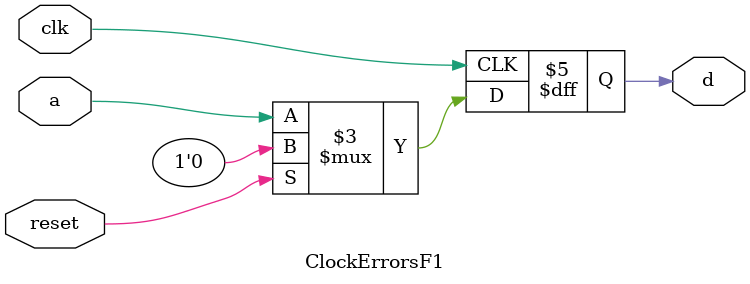
<source format=v>
module ClockErrorsF1(input wire clk,
                   input wire reset,
                   input wire a,
                   output reg d);
always@(posedge clk)begin
    if(reset)begin
      d <= 1'b0;
    end
    else begin
      d <= a;
    end
  end
endmodule

</source>
